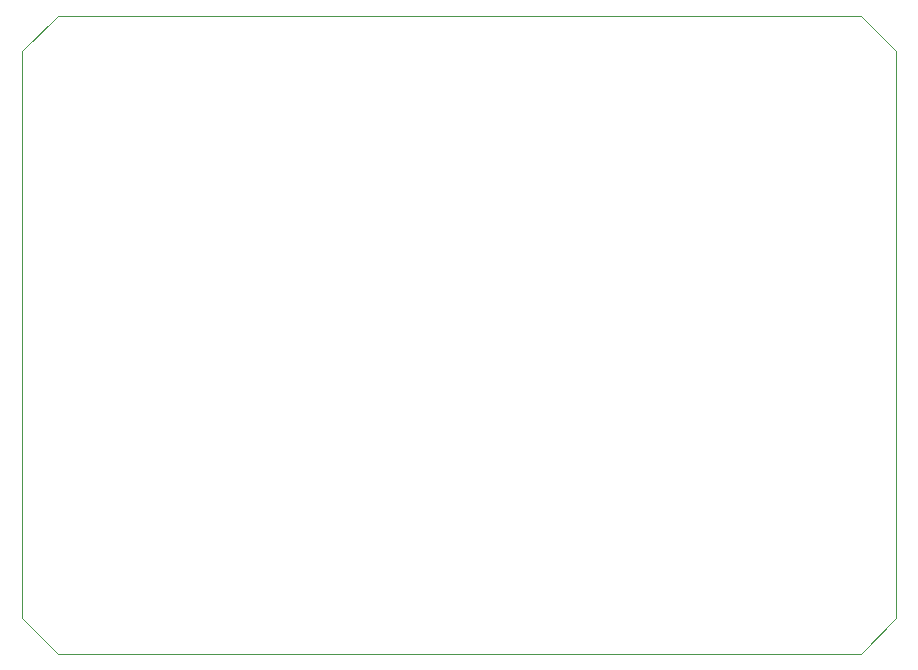
<source format=gbr>
%TF.GenerationSoftware,KiCad,Pcbnew,(5.1.6)-1*%
%TF.CreationDate,2020-09-20T23:40:56+02:00*%
%TF.ProjectId,ESP32MiniDrop,45535033-324d-4696-9e69-44726f702e6b,rev?*%
%TF.SameCoordinates,Original*%
%TF.FileFunction,Profile,NP*%
%FSLAX46Y46*%
G04 Gerber Fmt 4.6, Leading zero omitted, Abs format (unit mm)*
G04 Created by KiCad (PCBNEW (5.1.6)-1) date 2020-09-20 23:40:56*
%MOMM*%
%LPD*%
G01*
G04 APERTURE LIST*
%TA.AperFunction,Profile*%
%ADD10C,0.050000*%
%TD*%
G04 APERTURE END LIST*
D10*
X71000000Y-54000000D02*
X74000000Y-51000000D01*
X0Y-51000000D02*
X3000000Y-54000000D01*
X71000000Y0D02*
X74000000Y-3000000D01*
X3000000Y0D02*
X0Y-3000000D01*
X3000000Y-54000000D02*
X71000000Y-54000000D01*
X71000000Y0D02*
X3000000Y0D01*
X74000000Y-51000000D02*
X74000000Y-3000000D01*
X0Y-3000000D02*
X0Y-51000000D01*
M02*

</source>
